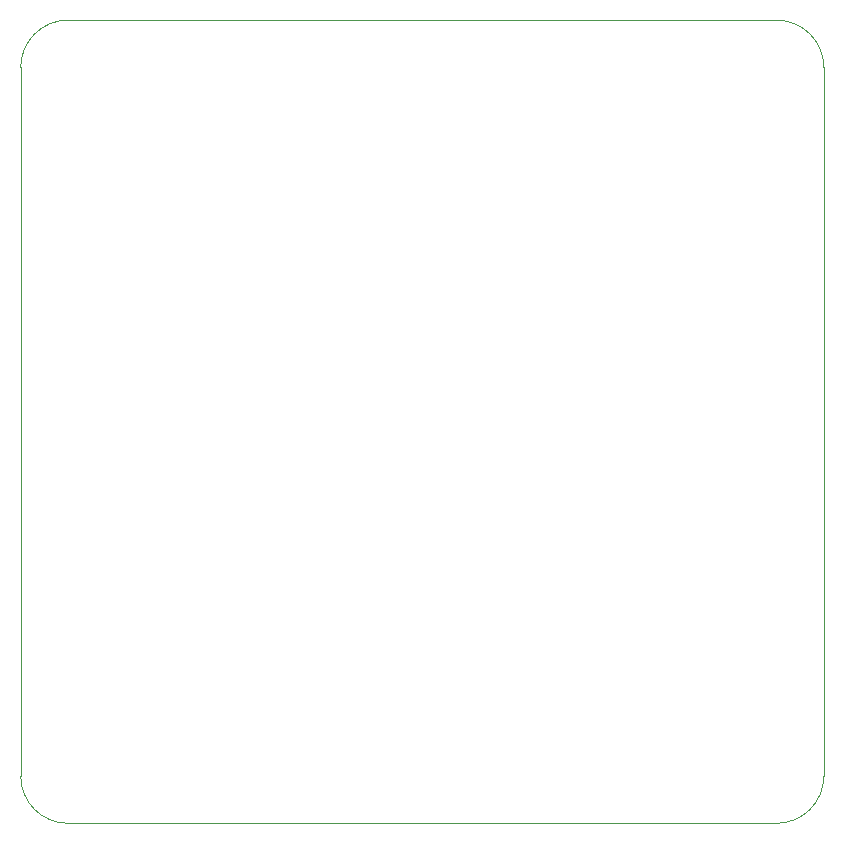
<source format=gbr>
%TF.GenerationSoftware,KiCad,Pcbnew,8.0.3-8.0.3-0~ubuntu22.04.1*%
%TF.CreationDate,2024-07-03T09:26:59+02:00*%
%TF.ProjectId,FabOS_MB,4661624f-535f-44d4-922e-6b696361645f,rev?*%
%TF.SameCoordinates,Original*%
%TF.FileFunction,Profile,NP*%
%FSLAX46Y46*%
G04 Gerber Fmt 4.6, Leading zero omitted, Abs format (unit mm)*
G04 Created by KiCad (PCBNEW 8.0.3-8.0.3-0~ubuntu22.04.1) date 2024-07-03 09:26:59*
%MOMM*%
%LPD*%
G01*
G04 APERTURE LIST*
%TA.AperFunction,Profile*%
%ADD10C,0.100000*%
%TD*%
G04 APERTURE END LIST*
D10*
X96000000Y-100000000D02*
G75*
G02*
X100000000Y-96000000I4000000J0D01*
G01*
X100000000Y-164000000D02*
G75*
G02*
X96000000Y-160000000I0J4000000D01*
G01*
X100000000Y-96000000D02*
X160000000Y-96000000D01*
X96000000Y-160000000D02*
X96000000Y-100000000D01*
X164000000Y-160000000D02*
G75*
G02*
X160000000Y-164000000I-4000000J0D01*
G01*
X160000000Y-164000000D02*
X100000000Y-164000000D01*
X164000000Y-100000000D02*
X164000000Y-160000000D01*
X160000000Y-96000000D02*
G75*
G02*
X164000000Y-100000000I0J-4000000D01*
G01*
M02*

</source>
